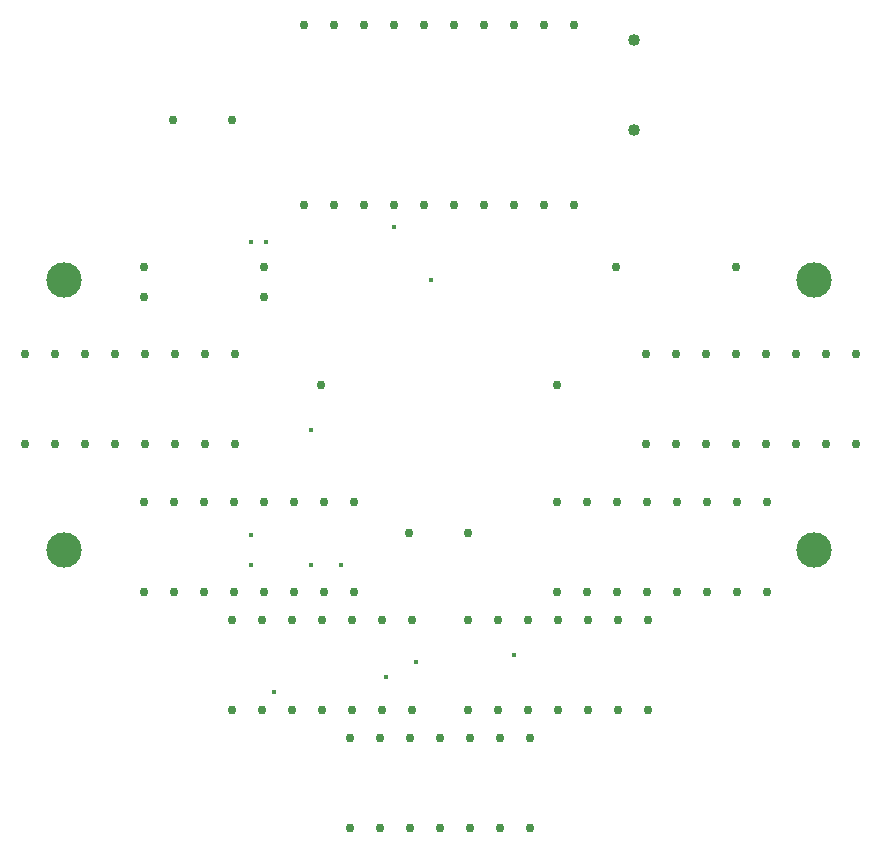
<source format=gbr>
G04 PROTEUS GERBER X2 FILE*
%TF.GenerationSoftware,Labcenter,Proteus,8.13-SP0-Build31525*%
%TF.CreationDate,2022-10-12T09:32:55+00:00*%
%TF.FileFunction,Plated,1,2,PTH*%
%TF.FilePolarity,Positive*%
%TF.Part,Single*%
%TF.SameCoordinates,{96deeafe-a607-4606-be7e-3443a3b47cd9}*%
%FSLAX45Y45*%
%MOMM*%
G01*
%TA.AperFunction,ViaDrill*%
%ADD37C,0.381000*%
%TA.AperFunction,ComponentDrill*%
%ADD38C,0.762000*%
%TA.AperFunction,OtherDrill,Unknown*%
%ADD39C,3.000000*%
%TA.AperFunction,ComponentDrill*%
%ADD40C,1.016000*%
%TD.AperFunction*%
D37*
X-381000Y+1587500D03*
X-1587500Y+1460500D03*
X-1079500Y-127000D03*
X-1079500Y-1270000D03*
X-1587500Y-1270000D03*
X-1587500Y-1016000D03*
X-444500Y-2222500D03*
X-825500Y-1270000D03*
X-1397000Y-2349500D03*
X-63500Y+1143000D03*
X-1460500Y+1460500D03*
X+635000Y-2032000D03*
X-190500Y-2095500D03*
D38*
X-1143000Y+1778000D03*
X-889000Y+1778000D03*
X-381000Y+1778000D03*
X-127000Y+1778000D03*
X-127000Y+3302000D03*
X-381000Y+3302000D03*
X-889000Y+3302000D03*
X-1143000Y+3302000D03*
X-635000Y+1778000D03*
X-635000Y+3302000D03*
X+127000Y+1778000D03*
X+381000Y+1778000D03*
X+889000Y+1778000D03*
X+1143000Y+1778000D03*
X+1143000Y+3302000D03*
X+889000Y+3302000D03*
X+381000Y+3302000D03*
X+127000Y+3302000D03*
X+635000Y+1778000D03*
X+635000Y+3302000D03*
X-2500000Y+1250000D03*
X-1484000Y+1250000D03*
X-2500000Y+1000000D03*
X-1484000Y+1000000D03*
X+1500000Y+1250000D03*
X+2516000Y+1250000D03*
X+1750000Y-250000D03*
X+2004000Y-250000D03*
X+2258000Y-250000D03*
X+2512000Y-250000D03*
X+2766000Y-250000D03*
X+3020000Y-250000D03*
X+3274000Y-250000D03*
X+3528000Y-250000D03*
X+3528000Y+512000D03*
X+3274000Y+512000D03*
X+3020000Y+512000D03*
X+2766000Y+512000D03*
X+2512000Y+512000D03*
X+2258000Y+512000D03*
X+2004000Y+512000D03*
X+1750000Y+512000D03*
X-3500000Y-250000D03*
X-3246000Y-250000D03*
X-2992000Y-250000D03*
X-2738000Y-250000D03*
X-2484000Y-250000D03*
X-2230000Y-250000D03*
X-1976000Y-250000D03*
X-1722000Y-250000D03*
X-1722000Y+512000D03*
X-1976000Y+512000D03*
X-2230000Y+512000D03*
X-2484000Y+512000D03*
X-2738000Y+512000D03*
X-2992000Y+512000D03*
X-3246000Y+512000D03*
X-3500000Y+512000D03*
X+1000000Y-1500000D03*
X+1254000Y-1500000D03*
X+1508000Y-1500000D03*
X+1762000Y-1500000D03*
X+2016000Y-1500000D03*
X+2270000Y-1500000D03*
X+2524000Y-1500000D03*
X+2778000Y-1500000D03*
X+2778000Y-738000D03*
X+2524000Y-738000D03*
X+2270000Y-738000D03*
X+2016000Y-738000D03*
X+1762000Y-738000D03*
X+1508000Y-738000D03*
X+1254000Y-738000D03*
X+1000000Y-738000D03*
X-2500000Y-1500000D03*
X-2246000Y-1500000D03*
X-1992000Y-1500000D03*
X-1738000Y-1500000D03*
X-1484000Y-1500000D03*
X-1230000Y-1500000D03*
X-976000Y-1500000D03*
X-722000Y-1500000D03*
X-722000Y-738000D03*
X-976000Y-738000D03*
X-1230000Y-738000D03*
X-1484000Y-738000D03*
X-1738000Y-738000D03*
X-1992000Y-738000D03*
X-2246000Y-738000D03*
X-2500000Y-738000D03*
X-1750000Y-2500000D03*
X-1496000Y-2500000D03*
X-1242000Y-2500000D03*
X-988000Y-2500000D03*
X-734000Y-2500000D03*
X-480000Y-2500000D03*
X-226000Y-2500000D03*
X-226000Y-1738000D03*
X-480000Y-1738000D03*
X-734000Y-1738000D03*
X-988000Y-1738000D03*
X-1242000Y-1738000D03*
X-1496000Y-1738000D03*
X-1750000Y-1738000D03*
X+250000Y-2500000D03*
X+504000Y-2500000D03*
X+758000Y-2500000D03*
X+1012000Y-2500000D03*
X+1266000Y-2500000D03*
X+1520000Y-2500000D03*
X+1774000Y-2500000D03*
X+1774000Y-1738000D03*
X+1520000Y-1738000D03*
X+1266000Y-1738000D03*
X+1012000Y-1738000D03*
X+758000Y-1738000D03*
X+504000Y-1738000D03*
X+250000Y-1738000D03*
X-750000Y-3500000D03*
X-496000Y-3500000D03*
X-242000Y-3500000D03*
X+12000Y-3500000D03*
X+266000Y-3500000D03*
X+520000Y-3500000D03*
X+774000Y-3500000D03*
X+774000Y-2738000D03*
X+520000Y-2738000D03*
X+266000Y-2738000D03*
X+12000Y-2738000D03*
X-242000Y-2738000D03*
X-496000Y-2738000D03*
X-750000Y-2738000D03*
D39*
X-3175000Y+1143000D03*
X-3175000Y-1143000D03*
X+3175000Y+1143000D03*
X+3175000Y-1143000D03*
D40*
X+1651000Y+2413000D03*
X+1651000Y+3175000D03*
D38*
X-1000000Y+250000D03*
X+1000000Y+250000D03*
X-2250000Y+2500000D03*
X-1750000Y+2500000D03*
X-250000Y-1000000D03*
X+250000Y-1000000D03*
M02*

</source>
